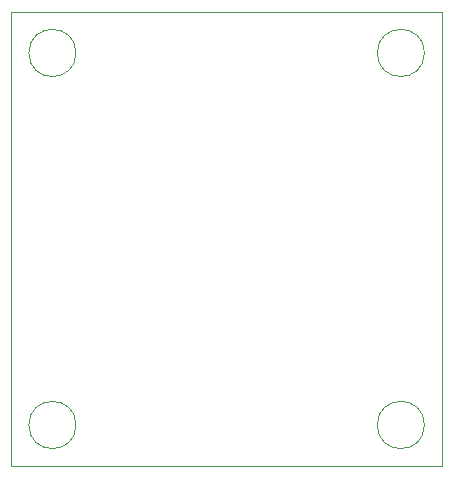
<source format=gbr>
%TF.GenerationSoftware,KiCad,Pcbnew,8.0.5*%
%TF.CreationDate,2024-11-22T10:44:56-04:00*%
%TF.ProjectId,PCB para imprimir,50434220-7061-4726-9120-696d7072696d,rev?*%
%TF.SameCoordinates,Original*%
%TF.FileFunction,Profile,NP*%
%FSLAX46Y46*%
G04 Gerber Fmt 4.6, Leading zero omitted, Abs format (unit mm)*
G04 Created by KiCad (PCBNEW 8.0.5) date 2024-11-22 10:44:56*
%MOMM*%
%LPD*%
G01*
G04 APERTURE LIST*
%TA.AperFunction,Profile*%
%ADD10C,0.050000*%
%TD*%
G04 APERTURE END LIST*
D10*
X192500000Y-39000000D02*
G75*
G02*
X188500000Y-39000000I-2000000J0D01*
G01*
X188500000Y-39000000D02*
G75*
G02*
X192500000Y-39000000I2000000J0D01*
G01*
X192500000Y-70500000D02*
G75*
G02*
X188500000Y-70500000I-2000000J0D01*
G01*
X188500000Y-70500000D02*
G75*
G02*
X192500000Y-70500000I2000000J0D01*
G01*
X222000000Y-39000000D02*
G75*
G02*
X218000000Y-39000000I-2000000J0D01*
G01*
X218000000Y-39000000D02*
G75*
G02*
X222000000Y-39000000I2000000J0D01*
G01*
X222000000Y-70500000D02*
G75*
G02*
X218000000Y-70500000I-2000000J0D01*
G01*
X218000000Y-70500000D02*
G75*
G02*
X222000000Y-70500000I2000000J0D01*
G01*
X187000000Y-35500000D02*
X223500000Y-35500000D01*
X223500000Y-74000000D01*
X187000000Y-74000000D01*
X187000000Y-35500000D01*
M02*

</source>
